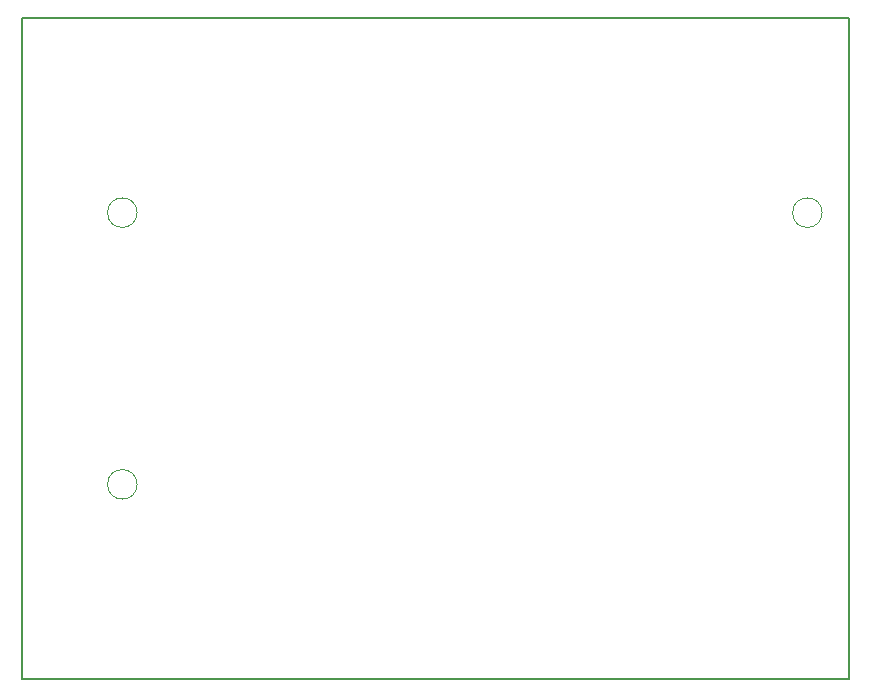
<source format=gbr>
%TF.GenerationSoftware,KiCad,Pcbnew,7.0.8*%
%TF.CreationDate,2023-10-23T02:42:37-06:00*%
%TF.ProjectId,Piso_12,5069736f-5f31-4322-9e6b-696361645f70,rev?*%
%TF.SameCoordinates,Original*%
%TF.FileFunction,Profile,NP*%
%FSLAX46Y46*%
G04 Gerber Fmt 4.6, Leading zero omitted, Abs format (unit mm)*
G04 Created by KiCad (PCBNEW 7.0.8) date 2023-10-23 02:42:37*
%MOMM*%
%LPD*%
G01*
G04 APERTURE LIST*
%TA.AperFunction,Profile*%
%ADD10C,0.100000*%
%TD*%
%TA.AperFunction,Profile*%
%ADD11C,0.200000*%
%TD*%
G04 APERTURE END LIST*
D10*
X4750000Y-3500000D02*
G75*
G03*
X4750000Y-3500000I-1250000J0D01*
G01*
D11*
X-5000000Y13000000D02*
X65000000Y13000000D01*
X65000000Y-43000000D01*
X-5000000Y-43000000D01*
X-5000000Y13000000D01*
D10*
X62750000Y-3500000D02*
G75*
G03*
X62750000Y-3500000I-1250000J0D01*
G01*
X4750000Y-26500000D02*
G75*
G03*
X4750000Y-26500000I-1250000J0D01*
G01*
M02*

</source>
